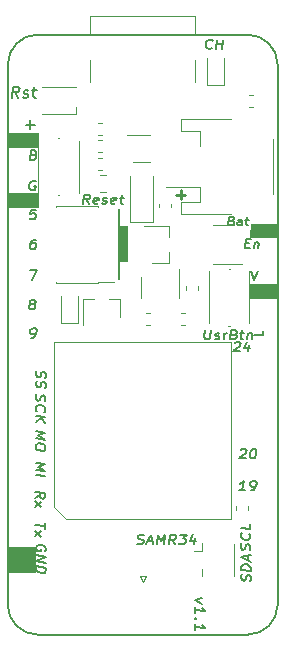
<source format=gto>
G04 #@! TF.GenerationSoftware,KiCad,Pcbnew,(5.1.5)-2*
G04 #@! TF.CreationDate,2019-12-17T00:31:01+01:00*
G04 #@! TF.ProjectId,Penguino-Feather-4260-v1,50656e67-7569-46e6-9f2d-466561746865,1.1*
G04 #@! TF.SameCoordinates,Original*
G04 #@! TF.FileFunction,Legend,Top*
G04 #@! TF.FilePolarity,Positive*
%FSLAX46Y46*%
G04 Gerber Fmt 4.6, Leading zero omitted, Abs format (unit mm)*
G04 Created by KiCad (PCBNEW (5.1.5)-2) date 2019-12-17 00:31:01*
%MOMM*%
%LPD*%
G04 APERTURE LIST*
%ADD10C,0.100000*%
%ADD11C,0.187500*%
%ADD12C,0.200000*%
%ADD13C,0.150000*%
%ADD14C,0.175000*%
%ADD15C,0.250000*%
%ADD16C,0.120000*%
G04 APERTURE END LIST*
D10*
G36*
X133890000Y-89280000D02*
G01*
X133790000Y-89280000D01*
X133790000Y-83380000D01*
X133890000Y-83380000D01*
X133890000Y-89280000D01*
G37*
X133890000Y-89280000D02*
X133790000Y-89280000D01*
X133790000Y-83380000D01*
X133890000Y-83380000D01*
X133890000Y-89280000D01*
G36*
X134590000Y-87780000D02*
G01*
X133790000Y-87780000D01*
X133790000Y-84780000D01*
X134590000Y-84780000D01*
X134590000Y-87780000D01*
G37*
X134590000Y-87780000D02*
X133790000Y-87780000D01*
X133790000Y-84780000D01*
X134590000Y-84780000D01*
X134590000Y-87780000D01*
D11*
X135435003Y-111673809D02*
X135558813Y-111711904D01*
X135773098Y-111711904D01*
X135863575Y-111673809D01*
X135911194Y-111635714D01*
X135963575Y-111559523D01*
X135973098Y-111483333D01*
X135939765Y-111407142D01*
X135901670Y-111369047D01*
X135820718Y-111330952D01*
X135654051Y-111292857D01*
X135573098Y-111254761D01*
X135535003Y-111216666D01*
X135501670Y-111140476D01*
X135511194Y-111064285D01*
X135563575Y-110988095D01*
X135611194Y-110950000D01*
X135701670Y-110911904D01*
X135915956Y-110911904D01*
X136039765Y-110950000D01*
X136315956Y-111483333D02*
X136744527Y-111483333D01*
X136201670Y-111711904D02*
X136601670Y-110911904D01*
X136801670Y-111711904D01*
X137101670Y-111711904D02*
X137201670Y-110911904D01*
X137430241Y-111483333D01*
X137801670Y-110911904D01*
X137701670Y-111711904D01*
X138644527Y-111711904D02*
X138392146Y-111330952D01*
X138130241Y-111711904D02*
X138230241Y-110911904D01*
X138573098Y-110911904D01*
X138654051Y-110950000D01*
X138692146Y-110988095D01*
X138725479Y-111064285D01*
X138711194Y-111178571D01*
X138658813Y-111254761D01*
X138611194Y-111292857D01*
X138520718Y-111330952D01*
X138177860Y-111330952D01*
X139044527Y-110911904D02*
X139601670Y-110911904D01*
X139263575Y-111216666D01*
X139392146Y-111216666D01*
X139473098Y-111254761D01*
X139511194Y-111292857D01*
X139544527Y-111369047D01*
X139520718Y-111559523D01*
X139468337Y-111635714D01*
X139420718Y-111673809D01*
X139330241Y-111711904D01*
X139073098Y-111711904D01*
X138992146Y-111673809D01*
X138954051Y-111635714D01*
X140339765Y-111178571D02*
X140273098Y-111711904D01*
X140163575Y-110873809D02*
X139877860Y-111445238D01*
X140435003Y-111445238D01*
D12*
X140892857Y-116281160D02*
X140292857Y-116444255D01*
X140892857Y-116757351D01*
X140292857Y-117587113D02*
X140292857Y-117015684D01*
X140292857Y-117301398D02*
X141192857Y-117413898D01*
X141064285Y-117302589D01*
X140978571Y-117196636D01*
X140935714Y-117096041D01*
X140378571Y-118026398D02*
X140335714Y-118068660D01*
X140292857Y-118015684D01*
X140335714Y-117973422D01*
X140378571Y-118026398D01*
X140292857Y-118015684D01*
X140292857Y-119015684D02*
X140292857Y-118444255D01*
X140292857Y-118729970D02*
X141192857Y-118842470D01*
X141064285Y-118731160D01*
X140978571Y-118625208D01*
X140935714Y-118524613D01*
D10*
G36*
X126740000Y-114080000D02*
G01*
X124594000Y-114080000D01*
X124594000Y-111980000D01*
X126740000Y-111980000D01*
X126740000Y-114080000D01*
G37*
X126740000Y-114080000D02*
X124594000Y-114080000D01*
X124594000Y-111980000D01*
X126740000Y-111980000D01*
X126740000Y-114080000D01*
D13*
X146050000Y-94000000D02*
X146050000Y-93650000D01*
X145350000Y-94000000D02*
X146050000Y-94000000D01*
D14*
X145095156Y-88616666D02*
X145274322Y-89316666D01*
X145628489Y-88616666D01*
X144636822Y-86250000D02*
X144903489Y-86250000D01*
X144971941Y-86616666D02*
X144590989Y-86616666D01*
X144678489Y-85916666D01*
X145059441Y-85916666D01*
X145373132Y-86150000D02*
X145314799Y-86616666D01*
X145364799Y-86216666D02*
X145407061Y-86183333D01*
X145487418Y-86150000D01*
X145601703Y-86150000D01*
X145673727Y-86183333D01*
X145703489Y-86250000D01*
X145657656Y-86616666D01*
X143436822Y-84350000D02*
X143546941Y-84383333D01*
X143580870Y-84416666D01*
X143610632Y-84483333D01*
X143598132Y-84583333D01*
X143551703Y-84650000D01*
X143509441Y-84683333D01*
X143429084Y-84716666D01*
X143124322Y-84716666D01*
X143211822Y-84016666D01*
X143478489Y-84016666D01*
X143550513Y-84050000D01*
X143584441Y-84083333D01*
X143614203Y-84150000D01*
X143605870Y-84216666D01*
X143559441Y-84283333D01*
X143517180Y-84316666D01*
X143436822Y-84350000D01*
X143170156Y-84350000D01*
X144267180Y-84716666D02*
X144313013Y-84350000D01*
X144283251Y-84283333D01*
X144211227Y-84250000D01*
X144058846Y-84250000D01*
X143978489Y-84283333D01*
X144271346Y-84683333D02*
X144190989Y-84716666D01*
X144000513Y-84716666D01*
X143928489Y-84683333D01*
X143898727Y-84616666D01*
X143907061Y-84550000D01*
X143953489Y-84483333D01*
X144033846Y-84450000D01*
X144224322Y-84450000D01*
X144304680Y-84416666D01*
X144592180Y-84250000D02*
X144896941Y-84250000D01*
X144735632Y-84016666D02*
X144660632Y-84616666D01*
X144690394Y-84683333D01*
X144762418Y-84716666D01*
X144838608Y-84716666D01*
D11*
X143696119Y-94700714D02*
X143741060Y-94665000D01*
X143826476Y-94629285D01*
X144028857Y-94629285D01*
X144105345Y-94665000D01*
X144141357Y-94700714D01*
X144172905Y-94772142D01*
X144163976Y-94843571D01*
X144110107Y-94950714D01*
X143570822Y-95379285D01*
X144097012Y-95379285D01*
X144888084Y-94879285D02*
X144825584Y-95379285D01*
X144721417Y-94593571D02*
X144452072Y-95129285D01*
X144978262Y-95129285D01*
X144179289Y-103738095D02*
X144226908Y-103700000D01*
X144317384Y-103661904D01*
X144531670Y-103661904D01*
X144612622Y-103700000D01*
X144650718Y-103738095D01*
X144684051Y-103814285D01*
X144674527Y-103890476D01*
X144617384Y-104004761D01*
X144045956Y-104461904D01*
X144603098Y-104461904D01*
X145260241Y-103661904D02*
X145345956Y-103661904D01*
X145426908Y-103700000D01*
X145465003Y-103738095D01*
X145498337Y-103814285D01*
X145522146Y-103966666D01*
X145498337Y-104157142D01*
X145436432Y-104309523D01*
X145384051Y-104385714D01*
X145336432Y-104423809D01*
X145245956Y-104461904D01*
X145160241Y-104461904D01*
X145079289Y-104423809D01*
X145041194Y-104385714D01*
X145007860Y-104309523D01*
X144984051Y-104157142D01*
X145007860Y-103966666D01*
X145069765Y-103814285D01*
X145122146Y-103738095D01*
X145169765Y-103700000D01*
X145260241Y-103661904D01*
X144593098Y-107161904D02*
X144078813Y-107161904D01*
X144335956Y-107161904D02*
X144435956Y-106361904D01*
X144335956Y-106476190D01*
X144240718Y-106552380D01*
X144150241Y-106590476D01*
X145021670Y-107161904D02*
X145193098Y-107161904D01*
X145283575Y-107123809D01*
X145331194Y-107085714D01*
X145431194Y-106971428D01*
X145493098Y-106819047D01*
X145531194Y-106514285D01*
X145497860Y-106438095D01*
X145459765Y-106400000D01*
X145378813Y-106361904D01*
X145207384Y-106361904D01*
X145116908Y-106400000D01*
X145069289Y-106438095D01*
X145016908Y-106514285D01*
X144993098Y-106704761D01*
X145026432Y-106780952D01*
X145064527Y-106819047D01*
X145145479Y-106857142D01*
X145316908Y-106857142D01*
X145407384Y-106819047D01*
X145455003Y-106780952D01*
X145507384Y-106704761D01*
D10*
G36*
X147200000Y-85728000D02*
G01*
X145000000Y-85728000D01*
X145034000Y-84582000D01*
X147200000Y-84582000D01*
X147200000Y-85728000D01*
G37*
X147200000Y-85728000D02*
X145000000Y-85728000D01*
X145034000Y-84582000D01*
X147200000Y-84582000D01*
X147200000Y-85728000D01*
G36*
X147200000Y-90900000D02*
G01*
X145000000Y-90900000D01*
X145000000Y-89700000D01*
X147200000Y-89700000D01*
X147200000Y-90900000D01*
G37*
X147200000Y-90900000D02*
X145000000Y-90900000D01*
X145000000Y-89700000D01*
X147200000Y-89700000D01*
X147200000Y-90900000D01*
G36*
X127000000Y-78100000D02*
G01*
X124600000Y-78100000D01*
X124600000Y-76900000D01*
X127000000Y-76900000D01*
X127000000Y-78100000D01*
G37*
X127000000Y-78100000D02*
X124600000Y-78100000D01*
X124600000Y-76900000D01*
X127000000Y-76900000D01*
X127000000Y-78100000D01*
D11*
X126845479Y-81000000D02*
X126764527Y-80961904D01*
X126635956Y-80961904D01*
X126502622Y-81000000D01*
X126407384Y-81076190D01*
X126355003Y-81152380D01*
X126293098Y-81304761D01*
X126278813Y-81419047D01*
X126302622Y-81571428D01*
X126335956Y-81647619D01*
X126412146Y-81723809D01*
X126535956Y-81761904D01*
X126621670Y-81761904D01*
X126755003Y-81723809D01*
X126802622Y-81685714D01*
X126835956Y-81419047D01*
X126664527Y-81419047D01*
D10*
G36*
X127000000Y-83200000D02*
G01*
X124600000Y-83200000D01*
X124600000Y-82000000D01*
X127000000Y-82000000D01*
X127000000Y-83200000D01*
G37*
X127000000Y-83200000D02*
X124600000Y-83200000D01*
X124600000Y-82000000D01*
X127000000Y-82000000D01*
X127000000Y-83200000D01*
D12*
X126009047Y-76201428D02*
X126770952Y-76201428D01*
X126390000Y-76582380D02*
X126390000Y-75820476D01*
D11*
X126460956Y-91379761D02*
X126380003Y-91341666D01*
X126341908Y-91303571D01*
X126308575Y-91227380D01*
X126313337Y-91189285D01*
X126365718Y-91113095D01*
X126413337Y-91075000D01*
X126503813Y-91036904D01*
X126675241Y-91036904D01*
X126756194Y-91075000D01*
X126794289Y-91113095D01*
X126827622Y-91189285D01*
X126822860Y-91227380D01*
X126770479Y-91303571D01*
X126722860Y-91341666D01*
X126632384Y-91379761D01*
X126460956Y-91379761D01*
X126370479Y-91417857D01*
X126322860Y-91455952D01*
X126270479Y-91532142D01*
X126251432Y-91684523D01*
X126284765Y-91760714D01*
X126322860Y-91798809D01*
X126403813Y-91836904D01*
X126575241Y-91836904D01*
X126665718Y-91798809D01*
X126713337Y-91760714D01*
X126765718Y-91684523D01*
X126784765Y-91532142D01*
X126751432Y-91455952D01*
X126713337Y-91417857D01*
X126632384Y-91379761D01*
X126364527Y-88536904D02*
X126964527Y-88536904D01*
X126478813Y-89336904D01*
X126393098Y-94261904D02*
X126564527Y-94261904D01*
X126655003Y-94223809D01*
X126702622Y-94185714D01*
X126802622Y-94071428D01*
X126864527Y-93919047D01*
X126902622Y-93614285D01*
X126869289Y-93538095D01*
X126831194Y-93500000D01*
X126750241Y-93461904D01*
X126578813Y-93461904D01*
X126488337Y-93500000D01*
X126440718Y-93538095D01*
X126388337Y-93614285D01*
X126364527Y-93804761D01*
X126397860Y-93880952D01*
X126435956Y-93919047D01*
X126516908Y-93957142D01*
X126688337Y-93957142D01*
X126778813Y-93919047D01*
X126826432Y-93880952D01*
X126878813Y-93804761D01*
X126860956Y-85936904D02*
X126689527Y-85936904D01*
X126599051Y-85975000D01*
X126551432Y-86013095D01*
X126451432Y-86127380D01*
X126389527Y-86279761D01*
X126351432Y-86584523D01*
X126384765Y-86660714D01*
X126422860Y-86698809D01*
X126503813Y-86736904D01*
X126675241Y-86736904D01*
X126765718Y-86698809D01*
X126813337Y-86660714D01*
X126865718Y-86584523D01*
X126889527Y-86394047D01*
X126856194Y-86317857D01*
X126818098Y-86279761D01*
X126737146Y-86241666D01*
X126565718Y-86241666D01*
X126475241Y-86279761D01*
X126427622Y-86317857D01*
X126375241Y-86394047D01*
X126878813Y-83411904D02*
X126450241Y-83411904D01*
X126359765Y-83792857D01*
X126407384Y-83754761D01*
X126497860Y-83716666D01*
X126712146Y-83716666D01*
X126793098Y-83754761D01*
X126831194Y-83792857D01*
X126864527Y-83869047D01*
X126840718Y-84059523D01*
X126788337Y-84135714D01*
X126740718Y-84173809D01*
X126650241Y-84211904D01*
X126435956Y-84211904D01*
X126355003Y-84173809D01*
X126316908Y-84135714D01*
X126901190Y-97058575D02*
X126863095Y-97182384D01*
X126863095Y-97396670D01*
X126901190Y-97487146D01*
X126939285Y-97534765D01*
X127015476Y-97587146D01*
X127091666Y-97596670D01*
X127167857Y-97563337D01*
X127205952Y-97525241D01*
X127244047Y-97444289D01*
X127282142Y-97277622D01*
X127320238Y-97196670D01*
X127358333Y-97158575D01*
X127434523Y-97125241D01*
X127510714Y-97134765D01*
X127586904Y-97187146D01*
X127625000Y-97234765D01*
X127663095Y-97325241D01*
X127663095Y-97539527D01*
X127625000Y-97663337D01*
X126901190Y-97915718D02*
X126863095Y-98039527D01*
X126863095Y-98253813D01*
X126901190Y-98344289D01*
X126939285Y-98391908D01*
X127015476Y-98444289D01*
X127091666Y-98453813D01*
X127167857Y-98420479D01*
X127205952Y-98382384D01*
X127244047Y-98301432D01*
X127282142Y-98134765D01*
X127320238Y-98053813D01*
X127358333Y-98015718D01*
X127434523Y-97982384D01*
X127510714Y-97991908D01*
X127586904Y-98044289D01*
X127625000Y-98091908D01*
X127663095Y-98182384D01*
X127663095Y-98396670D01*
X127625000Y-98520479D01*
X126876190Y-99037146D02*
X126838095Y-99160956D01*
X126838095Y-99375241D01*
X126876190Y-99465718D01*
X126914285Y-99513337D01*
X126990476Y-99565718D01*
X127066666Y-99575241D01*
X127142857Y-99541908D01*
X127180952Y-99503813D01*
X127219047Y-99422860D01*
X127257142Y-99256194D01*
X127295238Y-99175241D01*
X127333333Y-99137146D01*
X127409523Y-99103813D01*
X127485714Y-99113337D01*
X127561904Y-99165718D01*
X127600000Y-99213337D01*
X127638095Y-99303813D01*
X127638095Y-99518098D01*
X127600000Y-99641908D01*
X126914285Y-100456194D02*
X126876190Y-100408575D01*
X126838095Y-100275241D01*
X126838095Y-100189527D01*
X126876190Y-100065718D01*
X126952380Y-99989527D01*
X127028571Y-99956194D01*
X127180952Y-99932384D01*
X127295238Y-99946670D01*
X127447619Y-100008575D01*
X127523809Y-100060956D01*
X127600000Y-100156194D01*
X127638095Y-100289527D01*
X127638095Y-100375241D01*
X127600000Y-100499051D01*
X127561904Y-100537146D01*
X126838095Y-100832384D02*
X127638095Y-100932384D01*
X126838095Y-101346670D02*
X127295238Y-101018098D01*
X127638095Y-101446670D02*
X127180952Y-100875241D01*
X126838095Y-102168098D02*
X127638095Y-102268098D01*
X127066666Y-102496670D01*
X127638095Y-102868098D01*
X126838095Y-102768098D01*
X127638095Y-103468098D02*
X127638095Y-103639527D01*
X127600000Y-103720479D01*
X127523809Y-103796670D01*
X127371428Y-103820479D01*
X127104761Y-103787146D01*
X126952380Y-103725241D01*
X126876190Y-103630003D01*
X126838095Y-103539527D01*
X126838095Y-103368098D01*
X126876190Y-103287146D01*
X126952380Y-103210956D01*
X127104761Y-103187146D01*
X127371428Y-103220479D01*
X127523809Y-103282384D01*
X127600000Y-103377622D01*
X127638095Y-103468098D01*
X126838095Y-104850241D02*
X127638095Y-104950241D01*
X127066666Y-105178813D01*
X127638095Y-105550241D01*
X126838095Y-105450241D01*
X126838095Y-105878813D02*
X127638095Y-105978813D01*
X144948809Y-112252139D02*
X144986904Y-112128329D01*
X144986904Y-111914043D01*
X144948809Y-111823567D01*
X144910714Y-111775948D01*
X144834523Y-111723567D01*
X144758333Y-111714043D01*
X144682142Y-111747377D01*
X144644047Y-111785472D01*
X144605952Y-111866424D01*
X144567857Y-112033091D01*
X144529761Y-112114043D01*
X144491666Y-112152139D01*
X144415476Y-112185472D01*
X144339285Y-112175948D01*
X144263095Y-112123567D01*
X144225000Y-112075948D01*
X144186904Y-111985472D01*
X144186904Y-111771186D01*
X144225000Y-111647377D01*
X144910714Y-110833091D02*
X144948809Y-110880710D01*
X144986904Y-111014043D01*
X144986904Y-111099758D01*
X144948809Y-111223567D01*
X144872619Y-111299758D01*
X144796428Y-111333091D01*
X144644047Y-111356901D01*
X144529761Y-111342615D01*
X144377380Y-111280710D01*
X144301190Y-111228329D01*
X144225000Y-111133091D01*
X144186904Y-110999758D01*
X144186904Y-110914043D01*
X144225000Y-110790234D01*
X144263095Y-110752139D01*
X144986904Y-110028329D02*
X144986904Y-110456901D01*
X144186904Y-110356901D01*
X144998809Y-114873567D02*
X145036904Y-114749758D01*
X145036904Y-114535472D01*
X144998809Y-114444996D01*
X144960714Y-114397377D01*
X144884523Y-114344996D01*
X144808333Y-114335472D01*
X144732142Y-114368805D01*
X144694047Y-114406901D01*
X144655952Y-114487853D01*
X144617857Y-114654520D01*
X144579761Y-114735472D01*
X144541666Y-114773567D01*
X144465476Y-114806901D01*
X144389285Y-114797377D01*
X144313095Y-114744996D01*
X144275000Y-114697377D01*
X144236904Y-114606901D01*
X144236904Y-114392615D01*
X144275000Y-114268805D01*
X145036904Y-113978329D02*
X144236904Y-113878329D01*
X144236904Y-113664043D01*
X144275000Y-113540234D01*
X144351190Y-113464043D01*
X144427380Y-113430710D01*
X144579761Y-113406901D01*
X144694047Y-113421186D01*
X144846428Y-113483091D01*
X144922619Y-113535472D01*
X144998809Y-113630710D01*
X145036904Y-113764043D01*
X145036904Y-113978329D01*
X144808333Y-113092615D02*
X144808333Y-112664043D01*
X145036904Y-113206901D02*
X144236904Y-112806901D01*
X145036904Y-112606901D01*
X127660000Y-112334051D02*
X127698095Y-112253098D01*
X127698095Y-112124527D01*
X127660000Y-111991194D01*
X127583809Y-111895956D01*
X127507619Y-111843575D01*
X127355238Y-111781670D01*
X127240952Y-111767384D01*
X127088571Y-111791194D01*
X127012380Y-111824527D01*
X126936190Y-111900718D01*
X126898095Y-112024527D01*
X126898095Y-112110241D01*
X126936190Y-112243575D01*
X126974285Y-112291194D01*
X127240952Y-112324527D01*
X127240952Y-112153098D01*
X126898095Y-112667384D02*
X127698095Y-112767384D01*
X126898095Y-113181670D01*
X127698095Y-113281670D01*
X126898095Y-113610241D02*
X127698095Y-113710241D01*
X127698095Y-113924527D01*
X127660000Y-114048337D01*
X127583809Y-114124527D01*
X127507619Y-114157860D01*
X127355238Y-114181670D01*
X127240952Y-114167384D01*
X127088571Y-114105479D01*
X127012380Y-114053098D01*
X126936190Y-113957860D01*
X126898095Y-113824527D01*
X126898095Y-113610241D01*
X127588095Y-109943098D02*
X127588095Y-110457384D01*
X126788095Y-110100241D02*
X127588095Y-110200241D01*
X126788095Y-110571670D02*
X127321428Y-111109765D01*
X127321428Y-110638337D02*
X126788095Y-111043098D01*
X126788095Y-107778813D02*
X127169047Y-107526432D01*
X126788095Y-107264527D02*
X127588095Y-107364527D01*
X127588095Y-107707384D01*
X127550000Y-107788337D01*
X127511904Y-107826432D01*
X127435714Y-107859765D01*
X127321428Y-107845479D01*
X127245238Y-107793098D01*
X127207142Y-107745479D01*
X127169047Y-107655003D01*
X127169047Y-107312146D01*
X126788095Y-108078813D02*
X127321428Y-108616908D01*
X127321428Y-108145479D02*
X126788095Y-108550241D01*
X126681194Y-78742857D02*
X126805003Y-78780952D01*
X126843098Y-78819047D01*
X126876432Y-78895238D01*
X126862146Y-79009523D01*
X126809765Y-79085714D01*
X126762146Y-79123809D01*
X126671670Y-79161904D01*
X126328813Y-79161904D01*
X126428813Y-78361904D01*
X126728813Y-78361904D01*
X126809765Y-78400000D01*
X126847860Y-78438095D01*
X126881194Y-78514285D01*
X126871670Y-78590476D01*
X126819289Y-78666666D01*
X126771670Y-78704761D01*
X126681194Y-78742857D01*
X126381194Y-78742857D01*
X125374795Y-73907142D02*
X125095033Y-73478571D01*
X124803366Y-73907142D02*
X124915866Y-73007142D01*
X125296819Y-73007142D01*
X125386700Y-73050000D01*
X125428962Y-73092857D01*
X125465866Y-73178571D01*
X125449795Y-73307142D01*
X125391462Y-73392857D01*
X125338485Y-73435714D01*
X125237890Y-73478571D01*
X124856938Y-73478571D01*
X125761104Y-73864285D02*
X125850985Y-73907142D01*
X126041462Y-73907142D01*
X126142057Y-73864285D01*
X126200390Y-73778571D01*
X126205747Y-73735714D01*
X126168843Y-73650000D01*
X126078962Y-73607142D01*
X125936104Y-73607142D01*
X125846223Y-73564285D01*
X125809319Y-73478571D01*
X125814676Y-73435714D01*
X125873009Y-73350000D01*
X125973604Y-73307142D01*
X126116462Y-73307142D01*
X126206343Y-73350000D01*
X126545033Y-73307142D02*
X126925985Y-73307142D01*
X126725390Y-73007142D02*
X126628962Y-73778571D01*
X126665866Y-73864285D01*
X126755747Y-73907142D01*
X126850985Y-73907142D01*
X141734988Y-69692857D02*
X141687667Y-69728571D01*
X141554631Y-69764285D01*
X141468917Y-69764285D01*
X141344810Y-69728571D01*
X141268024Y-69657142D01*
X141234095Y-69585714D01*
X141209095Y-69442857D01*
X141222488Y-69335714D01*
X141283203Y-69192857D01*
X141334988Y-69121428D01*
X141429631Y-69050000D01*
X141562667Y-69014285D01*
X141648381Y-69014285D01*
X141772488Y-69050000D01*
X141810881Y-69085714D01*
X142111774Y-69764285D02*
X142205524Y-69014285D01*
X142160881Y-69371428D02*
X142675167Y-69371428D01*
X142626060Y-69764285D02*
X142719810Y-69014285D01*
D15*
X138719047Y-82121428D02*
X139480952Y-82121428D01*
X139100000Y-82502380D02*
X139100000Y-81740476D01*
D11*
X141173381Y-93614285D02*
X141097488Y-94221428D01*
X141131417Y-94292857D01*
X141169810Y-94328571D01*
X141251060Y-94364285D01*
X141422488Y-94364285D01*
X141512667Y-94328571D01*
X141559988Y-94292857D01*
X141611774Y-94221428D01*
X141687667Y-93614285D01*
X141984095Y-94328571D02*
X142065345Y-94364285D01*
X142236774Y-94364285D01*
X142326953Y-94328571D01*
X142378738Y-94257142D01*
X142383203Y-94221428D01*
X142349274Y-94150000D01*
X142268024Y-94114285D01*
X142139453Y-94114285D01*
X142058203Y-94078571D01*
X142024274Y-94007142D01*
X142028738Y-93971428D01*
X142080524Y-93900000D01*
X142170703Y-93864285D01*
X142299274Y-93864285D01*
X142380524Y-93900000D01*
X142751060Y-94364285D02*
X142813560Y-93864285D01*
X142795703Y-94007142D02*
X142847488Y-93935714D01*
X142894810Y-93900000D01*
X142984988Y-93864285D01*
X143070703Y-93864285D01*
X143657310Y-93971428D02*
X143781417Y-94007142D01*
X143819810Y-94042857D01*
X143853738Y-94114285D01*
X143840345Y-94221428D01*
X143788560Y-94292857D01*
X143741238Y-94328571D01*
X143651060Y-94364285D01*
X143308203Y-94364285D01*
X143401953Y-93614285D01*
X143701953Y-93614285D01*
X143783203Y-93650000D01*
X143821595Y-93685714D01*
X143855524Y-93757142D01*
X143846595Y-93828571D01*
X143794810Y-93900000D01*
X143747488Y-93935714D01*
X143657310Y-93971428D01*
X143357310Y-93971428D01*
X144142131Y-93864285D02*
X144484988Y-93864285D01*
X144301953Y-93614285D02*
X144221595Y-94257142D01*
X144255524Y-94328571D01*
X144336774Y-94364285D01*
X144422488Y-94364285D01*
X144784988Y-93864285D02*
X144722488Y-94364285D01*
X144776060Y-93935714D02*
X144823381Y-93900000D01*
X144913560Y-93864285D01*
X145042131Y-93864285D01*
X145123381Y-93900000D01*
X145157310Y-93971428D01*
X145108203Y-94364285D01*
X131354631Y-82889285D02*
X131099274Y-82532142D01*
X130840345Y-82889285D02*
X130934095Y-82139285D01*
X131276953Y-82139285D01*
X131358203Y-82175000D01*
X131396595Y-82210714D01*
X131430524Y-82282142D01*
X131417131Y-82389285D01*
X131365345Y-82460714D01*
X131318024Y-82496428D01*
X131227845Y-82532142D01*
X130884988Y-82532142D01*
X132087667Y-82853571D02*
X131997488Y-82889285D01*
X131826060Y-82889285D01*
X131744810Y-82853571D01*
X131710881Y-82782142D01*
X131746595Y-82496428D01*
X131798381Y-82425000D01*
X131888560Y-82389285D01*
X132059988Y-82389285D01*
X132141238Y-82425000D01*
X132175167Y-82496428D01*
X132166238Y-82567857D01*
X131728738Y-82639285D01*
X132473381Y-82853571D02*
X132554631Y-82889285D01*
X132726060Y-82889285D01*
X132816238Y-82853571D01*
X132868024Y-82782142D01*
X132872488Y-82746428D01*
X132838560Y-82675000D01*
X132757310Y-82639285D01*
X132628738Y-82639285D01*
X132547488Y-82603571D01*
X132513560Y-82532142D01*
X132518024Y-82496428D01*
X132569810Y-82425000D01*
X132659988Y-82389285D01*
X132788560Y-82389285D01*
X132869810Y-82425000D01*
X133587667Y-82853571D02*
X133497488Y-82889285D01*
X133326060Y-82889285D01*
X133244810Y-82853571D01*
X133210881Y-82782142D01*
X133246595Y-82496428D01*
X133298381Y-82425000D01*
X133388560Y-82389285D01*
X133559988Y-82389285D01*
X133641238Y-82425000D01*
X133675167Y-82496428D01*
X133666238Y-82567857D01*
X133228738Y-82639285D01*
X133945703Y-82389285D02*
X134288560Y-82389285D01*
X134105524Y-82139285D02*
X134025167Y-82782142D01*
X134059095Y-82853571D01*
X134140345Y-82889285D01*
X134226060Y-82889285D01*
D13*
X127000000Y-119380000D02*
G75*
G02X124460000Y-116840000I0J2540000D01*
G01*
X147320000Y-116840000D02*
G75*
G02X144780000Y-119380000I-2540000J0D01*
G01*
X144780000Y-68580000D02*
G75*
G02X147320000Y-71120000I0J-2540000D01*
G01*
X124460000Y-71120000D02*
G75*
G02X127000000Y-68580000I2540000J0D01*
G01*
X124460000Y-116840000D02*
X124460000Y-71120000D01*
X144780000Y-119380000D02*
X127000000Y-119380000D01*
X147320000Y-71120000D02*
X147320000Y-116840000D01*
X127000000Y-68580000D02*
X144780000Y-68580000D01*
D16*
X134800000Y-84450000D02*
X136800000Y-84450000D01*
X136800000Y-84450000D02*
X136800000Y-80550000D01*
X134800000Y-84450000D02*
X134800000Y-80550000D01*
X143595000Y-111690000D02*
X143595000Y-114390000D01*
X140875000Y-112280000D02*
X140245000Y-112280000D01*
X140875000Y-114440000D02*
X140875000Y-113800000D01*
X140875000Y-111640000D02*
X140875000Y-112280000D01*
X143390000Y-83810000D02*
X139140000Y-83810000D01*
X139140000Y-83810000D02*
X139140000Y-82790000D01*
X139140000Y-82790000D02*
X140740000Y-82790000D01*
X140740000Y-82790000D02*
X140740000Y-81510000D01*
X140740000Y-81510000D02*
X137850000Y-81510000D01*
X143390000Y-75690000D02*
X139140000Y-75690000D01*
X139140000Y-75690000D02*
X139140000Y-76710000D01*
X139140000Y-76710000D02*
X140740000Y-76710000D01*
X140740000Y-76710000D02*
X140740000Y-77990000D01*
X146960000Y-82090000D02*
X146960000Y-77410000D01*
X145252779Y-74720000D02*
X144927221Y-74720000D01*
X145252779Y-73700000D02*
X144927221Y-73700000D01*
X132462779Y-77110000D02*
X132137221Y-77110000D01*
X132462779Y-76090000D02*
X132137221Y-76090000D01*
X132137221Y-80010000D02*
X132462779Y-80010000D01*
X132137221Y-78990000D02*
X132462779Y-78990000D01*
X139590000Y-89837221D02*
X139590000Y-90162779D01*
X140610000Y-89837221D02*
X140610000Y-90162779D01*
X143762000Y-108498421D02*
X143762000Y-108823979D01*
X144782000Y-108498421D02*
X144782000Y-108823979D01*
X139137221Y-93160000D02*
X139462779Y-93160000D01*
X139137221Y-92140000D02*
X139462779Y-92140000D01*
X136512779Y-93160000D02*
X136187221Y-93160000D01*
X136512779Y-92140000D02*
X136187221Y-92140000D01*
X141301800Y-70523200D02*
X141301800Y-72808200D01*
X141301800Y-72808200D02*
X142771800Y-72808200D01*
X142771800Y-72808200D02*
X142771800Y-70523200D01*
X130228000Y-74718000D02*
X130228000Y-75318000D01*
X130228000Y-75318000D02*
X127328000Y-75318000D01*
X130228000Y-73018000D02*
X127328000Y-73018000D01*
X130435000Y-93035000D02*
X130435000Y-90750000D01*
X128965000Y-93035000D02*
X130435000Y-93035000D01*
X128965000Y-90750000D02*
X128965000Y-93035000D01*
X132241422Y-80490000D02*
X132758578Y-80490000D01*
X132241422Y-81910000D02*
X132758578Y-81910000D01*
X132462779Y-78560000D02*
X132137221Y-78560000D01*
X132462779Y-77540000D02*
X132137221Y-77540000D01*
X132115000Y-89585000D02*
X128585000Y-89585000D01*
X132115000Y-83115000D02*
X128585000Y-83115000D01*
X133440000Y-89520000D02*
X132115000Y-89520000D01*
X132115000Y-89585000D02*
X132115000Y-89520000D01*
X128585000Y-89585000D02*
X128585000Y-89520000D01*
X132115000Y-83180000D02*
X132115000Y-83115000D01*
X128585000Y-83180000D02*
X128585000Y-83115000D01*
X135640000Y-114430000D02*
X135890000Y-114930000D01*
X136140000Y-114430000D02*
X135640000Y-114430000D01*
X135890000Y-114930000D02*
X136140000Y-114430000D01*
X143650000Y-84740000D02*
X141850000Y-84740000D01*
X141850000Y-87960000D02*
X144300000Y-87960000D01*
X136500000Y-77040000D02*
X134600000Y-77040000D01*
X135100000Y-79360000D02*
X136500000Y-79360000D01*
X133980000Y-90990000D02*
X133050000Y-90990000D01*
X130820000Y-90990000D02*
X131750000Y-90990000D01*
X130820000Y-90990000D02*
X130820000Y-93150000D01*
X133980000Y-90990000D02*
X133980000Y-92450000D01*
X138960000Y-90900000D02*
X138960000Y-88450000D01*
X135740000Y-89100000D02*
X135740000Y-90900000D01*
X131420000Y-67042000D02*
X140360000Y-67042000D01*
X131420000Y-72552000D02*
X131420000Y-70752000D01*
X131420000Y-67042000D02*
X131420000Y-68502000D01*
X140360000Y-67042000D02*
X140360000Y-68502000D01*
X140360000Y-72552000D02*
X140360000Y-70752000D01*
X128728000Y-77336000D02*
X128828000Y-77336000D01*
X130488000Y-81956000D02*
X130488000Y-77556000D01*
X127068000Y-77556000D02*
X127068000Y-81956000D01*
X128718000Y-82166000D02*
X128818000Y-82166000D01*
X138310000Y-82887221D02*
X138310000Y-83212779D01*
X137290000Y-82887221D02*
X137290000Y-83212779D01*
X138160000Y-87930000D02*
X138160000Y-87000000D01*
X138160000Y-84770000D02*
X138160000Y-85700000D01*
X138160000Y-84770000D02*
X136000000Y-84770000D01*
X138160000Y-87930000D02*
X136700000Y-87930000D01*
X128390000Y-108601000D02*
X129390000Y-109601000D01*
X143390000Y-109601000D02*
X129390000Y-109601000D01*
X128390000Y-94601000D02*
X128390000Y-108601000D01*
X143390000Y-94601000D02*
X128390000Y-94601000D01*
X143390000Y-109601000D02*
X143390000Y-94601000D01*
X143250000Y-93240000D02*
X143150000Y-93240000D01*
X141490000Y-88620000D02*
X141490000Y-93020000D01*
X144910000Y-93020000D02*
X144910000Y-88620000D01*
X143260000Y-88410000D02*
X143160000Y-88410000D01*
M02*

</source>
